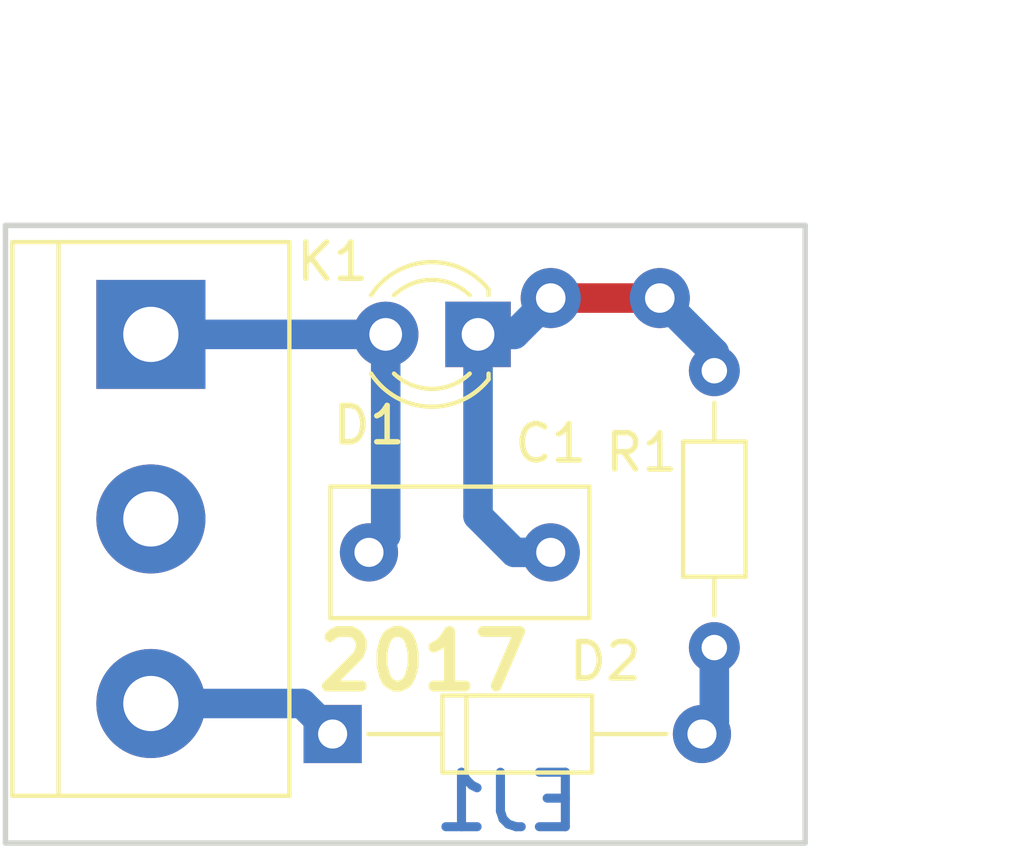
<source format=kicad_pcb>
(kicad_pcb (version 4) (host pcbnew 4.0.5+dfsg1-4)

  (general
    (links 6)
    (no_connects 0)
    (area 123.924999 86.924999 146.075001 104.075001)
    (thickness 1.6)
    (drawings 8)
    (tracks 17)
    (zones 0)
    (modules 5)
    (nets 6)
  )

  (page A4)
  (title_block
    (title "Curso Kicad - Tour -  Ejercicio 1")
    (date 2017-10-30)
    (rev 1.0)
    (company "INTI-CMN / UNLaM / FIUBA")
    (comment 2 "Autores: Diego Brengi        Licencia:doc/LICENCIA.txt")
  )

  (layers
    (0 F.Cu signal)
    (31 B.Cu signal)
    (32 B.Adhes user)
    (33 F.Adhes user)
    (34 B.Paste user)
    (35 F.Paste user)
    (36 B.SilkS user)
    (37 F.SilkS user)
    (38 B.Mask user)
    (39 F.Mask user)
    (40 Dwgs.User user)
    (41 Cmts.User user)
    (42 Eco1.User user)
    (43 Eco2.User user)
    (44 Edge.Cuts user)
    (45 Margin user)
    (46 B.CrtYd user)
    (47 F.CrtYd user hide)
    (48 B.Fab user)
    (49 F.Fab user hide)
  )

  (setup
    (last_trace_width 0.25)
    (user_trace_width 0.8)
    (user_trace_width 1)
    (user_trace_width 1.2)
    (user_trace_width 1.5)
    (trace_clearance 0.9)
    (zone_clearance 0.508)
    (zone_45_only no)
    (trace_min 0.2)
    (segment_width 0.2)
    (edge_width 0.15)
    (via_size 0.6)
    (via_drill 0.4)
    (via_min_size 0.4)
    (via_min_drill 0.3)
    (user_via 1.6 0.8)
    (uvia_size 0.3)
    (uvia_drill 0.1)
    (uvias_allowed no)
    (uvia_min_size 0)
    (uvia_min_drill 0)
    (pcb_text_width 0.3)
    (pcb_text_size 1.5 1.5)
    (mod_edge_width 0.15)
    (mod_text_size 1 1)
    (mod_text_width 0.15)
    (pad_size 1.524 1.524)
    (pad_drill 0.762)
    (pad_to_mask_clearance 0.2)
    (aux_axis_origin 0 0)
    (visible_elements 7FFEFFFF)
    (pcbplotparams
      (layerselection 0x00030_80000001)
      (usegerberextensions false)
      (excludeedgelayer true)
      (linewidth 0.100000)
      (plotframeref false)
      (viasonmask false)
      (mode 1)
      (useauxorigin false)
      (hpglpennumber 1)
      (hpglpenspeed 20)
      (hpglpendiameter 15)
      (hpglpenoverlay 2)
      (psnegative false)
      (psa4output false)
      (plotreference true)
      (plotvalue true)
      (plotinvisibletext false)
      (padsonsilk false)
      (subtractmaskfromsilk false)
      (outputformat 1)
      (mirror false)
      (drillshape 1)
      (scaleselection 1)
      (outputdirectory ""))
  )

  (net 0 "")
  (net 1 "Net-(C1-Pad1)")
  (net 2 "Net-(C1-Pad2)")
  (net 3 "Net-(D2-Pad2)")
  (net 4 "Net-(D2-Pad1)")
  (net 5 "Net-(K1-Pad2)")

  (net_class Default "This is the default net class."
    (clearance 0.9)
    (trace_width 0.25)
    (via_dia 0.6)
    (via_drill 0.4)
    (uvia_dia 0.3)
    (uvia_drill 0.1)
    (add_net "Net-(C1-Pad1)")
    (add_net "Net-(C1-Pad2)")
    (add_net "Net-(D2-Pad1)")
    (add_net "Net-(D2-Pad2)")
    (add_net "Net-(K1-Pad2)")
  )

  (module Capacitors_THT:C_Rect_L7.0mm_W3.5mm_P5.00mm (layer F.Cu) (tedit 59F74584) (tstamp 5A0051F6)
    (at 139 96 180)
    (descr "C, Rect series, Radial, pin pitch=5.00mm, , length*width=7*3.5mm^2, Capacitor")
    (tags "C Rect series Radial pin pitch 5.00mm  length 7mm width 3.5mm Capacitor")
    (path /5638F4A6)
    (fp_text reference C1 (at 0 3 180) (layer F.SilkS)
      (effects (font (size 1 1) (thickness 0.15)))
    )
    (fp_text value "100 nF" (at 2.5 3.06 180) (layer F.Fab)
      (effects (font (size 1 1) (thickness 0.15)))
    )
    (fp_line (start -1 -1.75) (end -1 1.75) (layer F.Fab) (width 0.1))
    (fp_line (start -1 1.75) (end 6 1.75) (layer F.Fab) (width 0.1))
    (fp_line (start 6 1.75) (end 6 -1.75) (layer F.Fab) (width 0.1))
    (fp_line (start 6 -1.75) (end -1 -1.75) (layer F.Fab) (width 0.1))
    (fp_line (start -1.06 -1.81) (end 6.06 -1.81) (layer F.SilkS) (width 0.12))
    (fp_line (start -1.06 1.81) (end 6.06 1.81) (layer F.SilkS) (width 0.12))
    (fp_line (start -1.06 -1.81) (end -1.06 1.81) (layer F.SilkS) (width 0.12))
    (fp_line (start 6.06 -1.81) (end 6.06 1.81) (layer F.SilkS) (width 0.12))
    (fp_line (start -1.35 -2.1) (end -1.35 2.1) (layer F.CrtYd) (width 0.05))
    (fp_line (start -1.35 2.1) (end 6.35 2.1) (layer F.CrtYd) (width 0.05))
    (fp_line (start 6.35 2.1) (end 6.35 -2.1) (layer F.CrtYd) (width 0.05))
    (fp_line (start 6.35 -2.1) (end -1.35 -2.1) (layer F.CrtYd) (width 0.05))
    (fp_text user %R (at 2.5 0 180) (layer F.Fab)
      (effects (font (size 1 1) (thickness 0.15)))
    )
    (pad 1 thru_hole circle (at 0 0 180) (size 1.6 1.6) (drill 0.8) (layers *.Cu *.Mask)
      (net 1 "Net-(C1-Pad1)"))
    (pad 2 thru_hole circle (at 5 0 180) (size 1.6 1.6) (drill 0.8) (layers *.Cu *.Mask)
      (net 2 "Net-(C1-Pad2)"))
    (model /home/diego/git/github/Curso-KiCad-Intro/Ejercicio1/ej1.3dshapes/cnp_6mm_disc.wrl
      (at (xyz 0.1 0 0))
      (scale (xyz 1 1 1))
      (rotate (xyz 0 0 0))
    )
  )

  (module LEDs:LED_D3.0mm (layer F.Cu) (tedit 59F7458A) (tstamp 5A005208)
    (at 137 90 180)
    (descr "LED, diameter 3.0mm, 2 pins")
    (tags "LED diameter 3.0mm 2 pins")
    (path /564A13E0)
    (fp_text reference D1 (at 3 -2.5 180) (layer F.SilkS)
      (effects (font (size 1 1) (thickness 0.15)))
    )
    (fp_text value "LED ROJO 5mm" (at 1.27 2.96 180) (layer F.Fab)
      (effects (font (size 1 1) (thickness 0.15)))
    )
    (fp_arc (start 1.27 0) (end -0.23 -1.16619) (angle 284.3) (layer F.Fab) (width 0.1))
    (fp_arc (start 1.27 0) (end -0.29 -1.235516) (angle 108.8) (layer F.SilkS) (width 0.12))
    (fp_arc (start 1.27 0) (end -0.29 1.235516) (angle -108.8) (layer F.SilkS) (width 0.12))
    (fp_arc (start 1.27 0) (end 0.229039 -1.08) (angle 87.9) (layer F.SilkS) (width 0.12))
    (fp_arc (start 1.27 0) (end 0.229039 1.08) (angle -87.9) (layer F.SilkS) (width 0.12))
    (fp_circle (center 1.27 0) (end 2.77 0) (layer F.Fab) (width 0.1))
    (fp_line (start -0.23 -1.16619) (end -0.23 1.16619) (layer F.Fab) (width 0.1))
    (fp_line (start -0.29 -1.236) (end -0.29 -1.08) (layer F.SilkS) (width 0.12))
    (fp_line (start -0.29 1.08) (end -0.29 1.236) (layer F.SilkS) (width 0.12))
    (fp_line (start -1.15 -2.25) (end -1.15 2.25) (layer F.CrtYd) (width 0.05))
    (fp_line (start -1.15 2.25) (end 3.7 2.25) (layer F.CrtYd) (width 0.05))
    (fp_line (start 3.7 2.25) (end 3.7 -2.25) (layer F.CrtYd) (width 0.05))
    (fp_line (start 3.7 -2.25) (end -1.15 -2.25) (layer F.CrtYd) (width 0.05))
    (pad 1 thru_hole rect (at 0 0 180) (size 1.8 1.8) (drill 0.9) (layers *.Cu *.Mask)
      (net 1 "Net-(C1-Pad1)"))
    (pad 2 thru_hole circle (at 2.54 0 180) (size 1.8 1.8) (drill 0.9) (layers *.Cu *.Mask)
      (net 2 "Net-(C1-Pad2)"))
    (model /home/diego/git/github/Curso-KiCad-Intro/Ejercicio1/ej1.3dshapes/LED-3MM.wrl
      (at (xyz 0.05 0 0))
      (scale (xyz 1 1 1))
      (rotate (xyz 0 0 90))
    )
  )

  (module Diodes_THT:D_DO-35_SOD27_P10.16mm_Horizontal (layer F.Cu) (tedit 59F74580) (tstamp 5A00521A)
    (at 133 101)
    (descr "D, DO-35_SOD27 series, Axial, Horizontal, pin pitch=10.16mm, , length*diameter=4*2mm^2, , http://www.diodes.com/_files/packages/DO-35.pdf")
    (tags "D DO-35_SOD27 series Axial Horizontal pin pitch 10.16mm  length 4mm diameter 2mm")
    (path /5638F55C)
    (fp_text reference D2 (at 7.5 -2) (layer F.SilkS)
      (effects (font (size 1 1) (thickness 0.15)))
    )
    (fp_text value 1N4148 (at 5.08 2.06) (layer F.Fab)
      (effects (font (size 1 1) (thickness 0.15)))
    )
    (fp_text user %R (at 5.08 0) (layer F.Fab)
      (effects (font (size 1 1) (thickness 0.15)))
    )
    (fp_line (start 3.08 -1) (end 3.08 1) (layer F.Fab) (width 0.1))
    (fp_line (start 3.08 1) (end 7.08 1) (layer F.Fab) (width 0.1))
    (fp_line (start 7.08 1) (end 7.08 -1) (layer F.Fab) (width 0.1))
    (fp_line (start 7.08 -1) (end 3.08 -1) (layer F.Fab) (width 0.1))
    (fp_line (start 0 0) (end 3.08 0) (layer F.Fab) (width 0.1))
    (fp_line (start 10.16 0) (end 7.08 0) (layer F.Fab) (width 0.1))
    (fp_line (start 3.68 -1) (end 3.68 1) (layer F.Fab) (width 0.1))
    (fp_line (start 3.02 -1.06) (end 3.02 1.06) (layer F.SilkS) (width 0.12))
    (fp_line (start 3.02 1.06) (end 7.14 1.06) (layer F.SilkS) (width 0.12))
    (fp_line (start 7.14 1.06) (end 7.14 -1.06) (layer F.SilkS) (width 0.12))
    (fp_line (start 7.14 -1.06) (end 3.02 -1.06) (layer F.SilkS) (width 0.12))
    (fp_line (start 0.98 0) (end 3.02 0) (layer F.SilkS) (width 0.12))
    (fp_line (start 9.18 0) (end 7.14 0) (layer F.SilkS) (width 0.12))
    (fp_line (start 3.68 -1.06) (end 3.68 1.06) (layer F.SilkS) (width 0.12))
    (fp_line (start -1.05 -1.35) (end -1.05 1.35) (layer F.CrtYd) (width 0.05))
    (fp_line (start -1.05 1.35) (end 11.25 1.35) (layer F.CrtYd) (width 0.05))
    (fp_line (start 11.25 1.35) (end 11.25 -1.35) (layer F.CrtYd) (width 0.05))
    (fp_line (start 11.25 -1.35) (end -1.05 -1.35) (layer F.CrtYd) (width 0.05))
    (pad 1 thru_hole rect (at 0 0) (size 1.6 1.6) (drill 0.8) (layers *.Cu *.Mask)
      (net 4 "Net-(D2-Pad1)"))
    (pad 2 thru_hole oval (at 10.16 0) (size 1.6 1.6) (drill 0.8) (layers *.Cu *.Mask)
      (net 3 "Net-(D2-Pad2)"))
    (model /home/diego/git/github/Curso-KiCad-Intro/Ejercicio1/ej1.3dshapes/Diode_DO-35_SOD27_Horizontal_RM10.wrl
      (at (xyz 0.2 0 0))
      (scale (xyz 0.4 0.4 0.4))
      (rotate (xyz 0 0 180))
    )
  )

  (module Connectors:bornier3 (layer F.Cu) (tedit 59F7458D) (tstamp 5A005232)
    (at 128 90 270)
    (descr "Bornier d'alimentation 3 pins")
    (tags DEV)
    (path /5638F7EF)
    (fp_text reference K1 (at -2 -5 360) (layer F.SilkS)
      (effects (font (size 1 1) (thickness 0.15)))
    )
    (fp_text value CONN_3 (at 5.08 5.08 270) (layer F.Fab)
      (effects (font (size 1 1) (thickness 0.15)))
    )
    (fp_line (start -2.47 2.55) (end 12.63 2.55) (layer F.Fab) (width 0.1))
    (fp_line (start -2.47 -3.75) (end 12.63 -3.75) (layer F.Fab) (width 0.1))
    (fp_line (start 12.63 -3.75) (end 12.63 3.75) (layer F.Fab) (width 0.1))
    (fp_line (start 12.63 3.75) (end -2.47 3.75) (layer F.Fab) (width 0.1))
    (fp_line (start -2.47 3.75) (end -2.47 -3.75) (layer F.Fab) (width 0.1))
    (fp_line (start -2.54 3.81) (end -2.54 -3.81) (layer F.SilkS) (width 0.12))
    (fp_line (start 12.7 3.81) (end 12.7 -3.81) (layer F.SilkS) (width 0.12))
    (fp_line (start -2.54 2.54) (end 12.7 2.54) (layer F.SilkS) (width 0.12))
    (fp_line (start -2.54 -3.81) (end 12.7 -3.81) (layer F.SilkS) (width 0.12))
    (fp_line (start -2.54 3.81) (end 12.7 3.81) (layer F.SilkS) (width 0.12))
    (fp_line (start -2.72 -4) (end 12.88 -4) (layer F.CrtYd) (width 0.05))
    (fp_line (start -2.72 -4) (end -2.72 4) (layer F.CrtYd) (width 0.05))
    (fp_line (start 12.88 4) (end 12.88 -4) (layer F.CrtYd) (width 0.05))
    (fp_line (start 12.88 4) (end -2.72 4) (layer F.CrtYd) (width 0.05))
    (pad 1 thru_hole rect (at 0 0 270) (size 3 3) (drill 1.52) (layers *.Cu *.Mask)
      (net 2 "Net-(C1-Pad2)"))
    (pad 2 thru_hole circle (at 5.08 0 270) (size 3 3) (drill 1.52) (layers *.Cu *.Mask)
      (net 5 "Net-(K1-Pad2)"))
    (pad 3 thru_hole circle (at 10.16 0 270) (size 3 3) (drill 1.52) (layers *.Cu *.Mask)
      (net 4 "Net-(D2-Pad1)"))
    (model ${KIPRJMOD}/ej1.3dshapes/bornier3.wrl
      (at (xyz 0.2 0 0))
      (scale (xyz 1 1 1))
      (rotate (xyz 0 0 0))
    )
    (model /home/diego/git/github/Curso-KiCad-Intro/Ejercicio1/ej1.3dshapes/bornier3.wrl
      (at (xyz 0.2 0 0))
      (scale (xyz 1 1 1))
      (rotate (xyz 0 0 0))
    )
  )

  (module Resistors_THT:R_Axial_DIN0204_L3.6mm_D1.6mm_P7.62mm_Horizontal (layer F.Cu) (tedit 59F742D6) (tstamp 5A005246)
    (at 143.5 91 270)
    (descr "Resistor, Axial_DIN0204 series, Axial, Horizontal, pin pitch=7.62mm, 0.16666666666666666W = 1/6W, length*diameter=3.6*1.6mm^2, http://cdn-reichelt.de/documents/datenblatt/B400/1_4W%23YAG.pdf")
    (tags "Resistor Axial_DIN0204 series Axial Horizontal pin pitch 7.62mm 0.16666666666666666W = 1/6W length 3.6mm diameter 1.6mm")
    (path /5638F4E1)
    (fp_text reference R1 (at 2.25 2 360) (layer F.SilkS)
      (effects (font (size 1 1) (thickness 0.15)))
    )
    (fp_text value 100K (at 3.81 1.86 270) (layer F.Fab)
      (effects (font (size 1 1) (thickness 0.15)))
    )
    (fp_line (start 2.01 -0.8) (end 2.01 0.8) (layer F.Fab) (width 0.1))
    (fp_line (start 2.01 0.8) (end 5.61 0.8) (layer F.Fab) (width 0.1))
    (fp_line (start 5.61 0.8) (end 5.61 -0.8) (layer F.Fab) (width 0.1))
    (fp_line (start 5.61 -0.8) (end 2.01 -0.8) (layer F.Fab) (width 0.1))
    (fp_line (start 0 0) (end 2.01 0) (layer F.Fab) (width 0.1))
    (fp_line (start 7.62 0) (end 5.61 0) (layer F.Fab) (width 0.1))
    (fp_line (start 1.95 -0.86) (end 1.95 0.86) (layer F.SilkS) (width 0.12))
    (fp_line (start 1.95 0.86) (end 5.67 0.86) (layer F.SilkS) (width 0.12))
    (fp_line (start 5.67 0.86) (end 5.67 -0.86) (layer F.SilkS) (width 0.12))
    (fp_line (start 5.67 -0.86) (end 1.95 -0.86) (layer F.SilkS) (width 0.12))
    (fp_line (start 0.88 0) (end 1.95 0) (layer F.SilkS) (width 0.12))
    (fp_line (start 6.74 0) (end 5.67 0) (layer F.SilkS) (width 0.12))
    (fp_line (start -0.95 -1.15) (end -0.95 1.15) (layer F.CrtYd) (width 0.05))
    (fp_line (start -0.95 1.15) (end 8.6 1.15) (layer F.CrtYd) (width 0.05))
    (fp_line (start 8.6 1.15) (end 8.6 -1.15) (layer F.CrtYd) (width 0.05))
    (fp_line (start 8.6 -1.15) (end -0.95 -1.15) (layer F.CrtYd) (width 0.05))
    (pad 1 thru_hole circle (at 0 0 270) (size 1.4 1.4) (drill 0.7) (layers *.Cu *.Mask)
      (net 1 "Net-(C1-Pad1)"))
    (pad 2 thru_hole oval (at 7.62 0 270) (size 1.4 1.4) (drill 0.7) (layers *.Cu *.Mask)
      (net 3 "Net-(D2-Pad2)"))
    (model /home/diego/git/github/Curso-KiCad-Intro/Ejercicio1/ej1.3dshapes/R3-LARGE_PADS.wrl
      (at (xyz 0.15 0 0))
      (scale (xyz 0.3 0.3 0.3))
      (rotate (xyz 0 0 0))
    )
  )

  (dimension 17 (width 0.3) (layer Dwgs.User)
    (gr_text 17,000mm (at 149.35 95.5 270) (layer Dwgs.User)
      (effects (font (size 1.5 1.5) (thickness 0.3)))
    )
    (feature1 (pts (xy 146 104) (xy 150.7 104)))
    (feature2 (pts (xy 146 87) (xy 150.7 87)))
    (crossbar (pts (xy 148 87) (xy 148 104)))
    (arrow1a (pts (xy 148 104) (xy 147.413579 102.873496)))
    (arrow1b (pts (xy 148 104) (xy 148.586421 102.873496)))
    (arrow2a (pts (xy 148 87) (xy 147.413579 88.126504)))
    (arrow2b (pts (xy 148 87) (xy 148.586421 88.126504)))
  )
  (dimension 22 (width 0.3) (layer Dwgs.User)
    (gr_text 22,000mm (at 135 82.65) (layer Dwgs.User)
      (effects (font (size 1.5 1.5) (thickness 0.3)))
    )
    (feature1 (pts (xy 124 87) (xy 124 81.3)))
    (feature2 (pts (xy 146 87) (xy 146 81.3)))
    (crossbar (pts (xy 146 84) (xy 124 84)))
    (arrow1a (pts (xy 124 84) (xy 125.126504 83.413579)))
    (arrow1b (pts (xy 124 84) (xy 125.126504 84.586421)))
    (arrow2a (pts (xy 146 84) (xy 144.873496 83.413579)))
    (arrow2b (pts (xy 146 84) (xy 144.873496 84.586421)))
  )
  (gr_line (start 124 104) (end 124 87) (angle 90) (layer Edge.Cuts) (width 0.15))
  (gr_line (start 146 104) (end 124 104) (angle 90) (layer Edge.Cuts) (width 0.15))
  (gr_line (start 146 87) (end 146 104) (angle 90) (layer Edge.Cuts) (width 0.15))
  (gr_line (start 124 87) (end 146 87) (angle 90) (layer Edge.Cuts) (width 0.15))
  (gr_text 2017 (at 135.5 99) (layer F.SilkS)
    (effects (font (size 1.5 1.5) (thickness 0.3)))
  )
  (gr_text EJ1 (at 137.795 102.87) (layer B.Cu)
    (effects (font (size 1.5 1.5) (thickness 0.25)) (justify mirror))
  )

  (segment (start 137 90) (end 138 90) (width 0.8128) (layer B.Cu) (net 1))
  (segment (start 142 89) (end 143.5 90.5) (width 0.8128) (layer B.Cu) (net 1) (tstamp 5A00552A))
  (via (at 142 89) (size 1.651) (drill 0.8128) (layers F.Cu B.Cu) (net 1))
  (segment (start 139 89) (end 142 89) (width 0.8128) (layer F.Cu) (net 1) (tstamp 5A005527))
  (via (at 139 89) (size 1.651) (drill 0.8128) (layers F.Cu B.Cu) (net 1))
  (segment (start 138 90) (end 139 89) (width 0.8128) (layer B.Cu) (net 1) (tstamp 5A005525))
  (segment (start 143.5 90.5) (end 143.5 91) (width 0.8128) (layer B.Cu) (net 1) (tstamp 5A00552B))
  (segment (start 137 90) (end 137 95) (width 0.8128) (layer B.Cu) (net 1))
  (segment (start 138 96) (end 139 96) (width 0.8128) (layer B.Cu) (net 1) (tstamp 5A005521))
  (segment (start 137 95) (end 138 96) (width 0.8128) (layer B.Cu) (net 1) (tstamp 5A005520))
  (segment (start 134.46 90) (end 134.46 95.54) (width 0.8128) (layer B.Cu) (net 2))
  (segment (start 134.46 95.54) (end 134 96) (width 0.8128) (layer B.Cu) (net 2) (tstamp 5A005517))
  (segment (start 128 90) (end 134.46 90) (width 0.8128) (layer B.Cu) (net 2))
  (segment (start 143.16 101) (end 143.5 100.66) (width 0.8128) (layer B.Cu) (net 3))
  (segment (start 143.5 100.66) (end 143.5 98.62) (width 0.8128) (layer B.Cu) (net 3) (tstamp 5A00551D))
  (segment (start 128 100.16) (end 132.16 100.16) (width 0.8128) (layer B.Cu) (net 4))
  (segment (start 132.16 100.16) (end 133 101) (width 0.8128) (layer B.Cu) (net 4) (tstamp 5A00551A))

)

</source>
